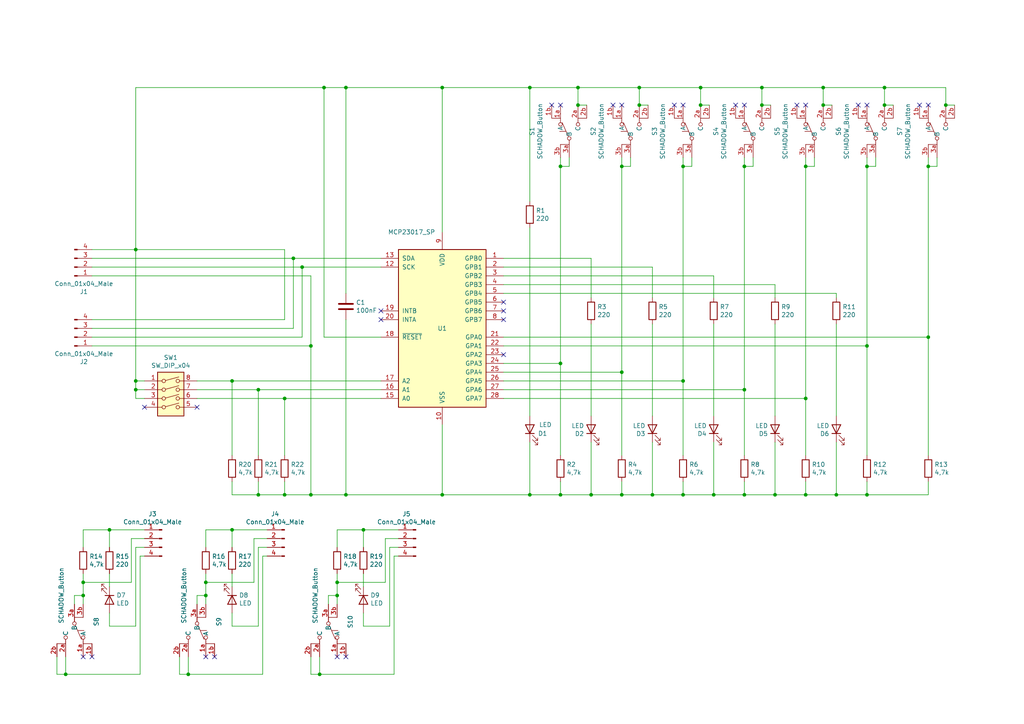
<source format=kicad_sch>
(kicad_sch (version 20211123) (generator eeschema)
  (paper "A4")
  (lib_symbols
    (symbol "Frontplatte-rescue:C-Device-Frontplatte-rescue" (pin_numbers hide) (pin_names (offset 0.254))
      (property "Reference" "C" (at 0.635 2.54 0))
      (property "Value" "C-Device-Frontplatte-rescue" (at 0.635 -2.54 0))
      (symbol "C-Device-Frontplatte-rescue_0_1"
        (polyline (pts (xy -2.032 -0.762) (xy 2.032 -0.762)) (stroke (width 0.508)))
        (polyline (pts (xy -2.032 0.762) (xy 2.032 0.762)) (stroke (width 0.508)))
      )
      (symbol "C-Device-Frontplatte-rescue_1_1"
        (pin passive line (at 0 3.81 270) (length 2.794) (name "~") (number "1"))
        (pin passive line (at 0 -3.81 90) (length 2.794) (name "~") (number "2"))
      )
    )
    (symbol "Frontplatte-rescue:Conn_01x04_Male-Connector-Frontplatte-rescue" (pin_names (offset 1.016) hide)
      (property "Reference" "J" (at 0 5.08 0))
      (property "Value" "Conn_01x04_Male-Connector-Frontplatte-rescue" (at 0 -7.62 0))
      (symbol "Conn_01x04_Male-Connector-Frontplatte-rescue_1_1"
        (polyline (pts (xy 1.27 -5.08) (xy 0.8636 -5.08)) (stroke (width 0.1524)))
        (polyline (pts (xy 1.27 -2.54) (xy 0.8636 -2.54)) (stroke (width 0.1524)))
        (polyline (pts (xy 1.27 0) (xy 0.8636 0)) (stroke (width 0.1524)))
        (polyline (pts (xy 1.27 2.54) (xy 0.8636 2.54)) (stroke (width 0.1524)))
        (rectangle (start 0.8636 -4.953) (end 0 -5.207) (stroke (width 0.1524)) (fill (type outline)))
        (rectangle (start 0.8636 -2.413) (end 0 -2.667) (stroke (width 0.1524)) (fill (type outline)))
        (rectangle (start 0.8636 0.127) (end 0 -0.127) (stroke (width 0.1524)) (fill (type outline)))
        (rectangle (start 0.8636 2.667) (end 0 2.413) (stroke (width 0.1524)) (fill (type outline)))
        (pin passive line (at 5.08 2.54 180) (length 3.81) (name "Pin_1") (number "1"))
        (pin passive line (at 5.08 0 180) (length 3.81) (name "Pin_2") (number "2"))
        (pin passive line (at 5.08 -2.54 180) (length 3.81) (name "Pin_3") (number "3"))
        (pin passive line (at 5.08 -5.08 180) (length 3.81) (name "Pin_4") (number "4"))
      )
    )
    (symbol "Frontplatte-rescue:LED-Device-Frontplatte-rescue" (pin_numbers hide) (pin_names (offset 1.016) hide)
      (property "Reference" "D" (at 0 2.54 0))
      (property "Value" "LED-Device-Frontplatte-rescue" (at 0 -2.54 0))
      (symbol "LED-Device-Frontplatte-rescue_0_1"
        (polyline (pts (xy -1.27 -1.27) (xy -1.27 1.27)) (stroke (width 0.254)))
        (polyline (pts (xy -1.27 0) (xy 1.27 0)))
        (polyline (pts (xy 1.27 -1.27) (xy 1.27 1.27) (xy -1.27 0) (xy 1.27 -1.27)) (stroke (width 0.254)))
        (polyline (pts (xy -3.048 -0.762) (xy -4.572 -2.286) (xy -3.81 -2.286) (xy -4.572 -2.286) (xy -4.572 -1.524)))
        (polyline (pts (xy -1.778 -0.762) (xy -3.302 -2.286) (xy -2.54 -2.286) (xy -3.302 -2.286) (xy -3.302 -1.524)))
      )
      (symbol "LED-Device-Frontplatte-rescue_1_1"
        (pin passive line (at -3.81 0 0) (length 2.54) (name "K") (number "1"))
        (pin passive line (at 3.81 0 180) (length 2.54) (name "A") (number "2"))
      )
    )
    (symbol "Frontplatte-rescue:MCP23017_SP-Interface_Expansion-Frontplatte-rescue" (pin_names (offset 1.016))
      (property "Reference" "U" (at -11.43 24.13 0))
      (property "Value" "MCP23017_SP-Interface_Expansion-Frontplatte-rescue" (at 0 0 0))
      (symbol "MCP23017_SP-Interface_Expansion-Frontplatte-rescue_0_1"
        (rectangle (start -12.7 22.86) (end 12.7 -22.86) (stroke (width 0.254)) (fill (type background)))
      )
      (symbol "MCP23017_SP-Interface_Expansion-Frontplatte-rescue_1_1"
        (pin bidirectional line (at 17.78 20.32 180) (length 5.08) (name "GPB0") (number "1"))
        (pin power_in line (at 0 -27.94 90) (length 5.08) (name "VSS") (number "10"))
        (pin no_connect line (at -12.7 15.24 0) (length 5.08) hide (name "NC") (number "11"))
        (pin input line (at -17.78 17.78 0) (length 5.08) (name "SCK") (number "12"))
        (pin bidirectional line (at -17.78 20.32 0) (length 5.08) (name "SDA") (number "13"))
        (pin no_connect line (at -12.7 12.7 0) (length 5.08) hide (name "NC") (number "14"))
        (pin input line (at -17.78 -20.32 0) (length 5.08) (name "A0") (number "15"))
        (pin input line (at -17.78 -17.78 0) (length 5.08) (name "A1") (number "16"))
        (pin input line (at -17.78 -15.24 0) (length 5.08) (name "A2") (number "17"))
        (pin input line (at -17.78 -2.54 0) (length 5.08) (name "~{RESET}") (number "18"))
        (pin tri_state line (at -17.78 5.08 0) (length 5.08) (name "INTB") (number "19"))
        (pin bidirectional line (at 17.78 17.78 180) (length 5.08) (name "GPB1") (number "2"))
        (pin tri_state line (at -17.78 2.54 0) (length 5.08) (name "INTA") (number "20"))
        (pin bidirectional line (at 17.78 -2.54 180) (length 5.08) (name "GPA0") (number "21"))
        (pin bidirectional line (at 17.78 -5.08 180) (length 5.08) (name "GPA1") (number "22"))
        (pin bidirectional line (at 17.78 -7.62 180) (length 5.08) (name "GPA2") (number "23"))
        (pin bidirectional line (at 17.78 -10.16 180) (length 5.08) (name "GPA3") (number "24"))
        (pin bidirectional line (at 17.78 -12.7 180) (length 5.08) (name "GPA4") (number "25"))
        (pin bidirectional line (at 17.78 -15.24 180) (length 5.08) (name "GPA5") (number "26"))
        (pin bidirectional line (at 17.78 -17.78 180) (length 5.08) (name "GPA6") (number "27"))
        (pin bidirectional line (at 17.78 -20.32 180) (length 5.08) (name "GPA7") (number "28"))
        (pin bidirectional line (at 17.78 15.24 180) (length 5.08) (name "GPB2") (number "3"))
        (pin bidirectional line (at 17.78 12.7 180) (length 5.08) (name "GPB3") (number "4"))
        (pin bidirectional line (at 17.78 10.16 180) (length 5.08) (name "GPB4") (number "5"))
        (pin bidirectional line (at 17.78 7.62 180) (length 5.08) (name "GPB5") (number "6"))
        (pin bidirectional line (at 17.78 5.08 180) (length 5.08) (name "GPB6") (number "7"))
        (pin bidirectional line (at 17.78 2.54 180) (length 5.08) (name "GPB7") (number "8"))
        (pin power_in line (at 0 27.94 270) (length 5.08) (name "VDD") (number "9"))
      )
    )
    (symbol "Frontplatte-rescue:R-Device-Frontplatte-rescue" (pin_numbers hide) (pin_names (offset 0))
      (property "Reference" "R" (at 2.032 0 90))
      (property "Value" "R-Device-Frontplatte-rescue" (at 0 0 90))
      (symbol "R-Device-Frontplatte-rescue_0_1"
        (rectangle (start -1.016 -2.54) (end 1.016 2.54) (stroke (width 0.254)))
      )
      (symbol "R-Device-Frontplatte-rescue_1_1"
        (pin passive line (at 0 3.81 270) (length 1.27) (name "~") (number "1"))
        (pin passive line (at 0 -3.81 90) (length 1.27) (name "~") (number "2"))
      )
    )
    (symbol "Frontplatte-rescue:SCHADOW_Button-Frequenzzähler-Frontplatte-rescue" (pin_names (offset 1.016))
      (property "Reference" "S" (at 0 0 0))
      (property "Value" "SCHADOW_Button-Frequenzzähler-Frontplatte-rescue" (at 0 -5.08 0))
      (symbol "SCHADOW_Button-Frequenzzähler-Frontplatte-rescue_0_1"
        (rectangle (start 3.81 10.16) (end 3.81 7.62))
        (rectangle (start 5.08 7.62) (end 5.08 7.62))
        (rectangle (start 5.08 7.62) (end 5.08 7.62))
        (rectangle (start 5.08 7.62) (end 5.08 7.62))
        (rectangle (start 7.62 7.62) (end 7.62 7.62))
        (rectangle (start 7.62 7.62) (end 7.62 7.62))
      )
      (symbol "SCHADOW_Button-Frequenzzähler-Frontplatte-rescue_1_1"
        (rectangle (start -3.81 7.62) (end -3.81 5.08))
        (circle (center -2.032 5.08) (radius 0.508))
        (polyline (pts (xy -1.524 5.334) (xy 2.54 7.112)))
        (polyline (pts (xy 0 7.874) (xy 0 6.096)))
        (circle (center 2.032 2.54) (radius 0.508))
        (circle (center 2.032 7.62) (radius 0.508))
        (rectangle (start 3.81 2.54) (end 3.81 0))
        (pin passive line (at 7.62 7.62 180) (length 5.08) (name "A") (number "1a"))
        (pin passive line (at 7.62 10.16 180) (length 3.81) (name "~") (number "1b"))
        (pin passive line (at 7.62 2.54 180) (length 5.08) (name "C") (number "2a"))
        (pin passive line (at 7.62 0 180) (length 3.81) (name "~") (number "2b"))
        (pin passive line (at -7.62 5.08 0) (length 5.08) (name "B") (number "3a"))
        (pin passive line (at -7.62 7.62 0) (length 3.81) (name "~") (number "3b"))
      )
    )
    (symbol "Frontplatte-rescue:SW_DIP_x04-Switch-Frontplatte-rescue" (pin_names (offset 0) hide)
      (property "Reference" "SW" (at 0 8.89 0))
      (property "Value" "SW_DIP_x04-Switch-Frontplatte-rescue" (at 0 -6.35 0))
      (symbol "SW_DIP_x04-Switch-Frontplatte-rescue_0_0"
        (circle (center -2.032 -2.54) (radius 0.508))
        (circle (center -2.032 0) (radius 0.508))
        (circle (center -2.032 2.54) (radius 0.508))
        (circle (center -2.032 5.08) (radius 0.508))
        (polyline (pts (xy -1.524 -2.3876) (xy 2.3622 -1.3462)))
        (polyline (pts (xy -1.524 0.127) (xy 2.3622 1.1684)))
        (polyline (pts (xy -1.524 2.667) (xy 2.3622 3.7084)))
        (polyline (pts (xy -1.524 5.207) (xy 2.3622 6.2484)))
        (circle (center 2.032 -2.54) (radius 0.508))
        (circle (center 2.032 0) (radius 0.508))
        (circle (center 2.032 2.54) (radius 0.508))
        (circle (center 2.032 5.08) (radius 0.508))
      )
      (symbol "SW_DIP_x04-Switch-Frontplatte-rescue_0_1"
        (rectangle (start -3.81 7.62) (end 3.81 -5.08) (stroke (width 0.254)) (fill (type background)))
      )
      (symbol "SW_DIP_x04-Switch-Frontplatte-rescue_1_1"
        (pin passive line (at -7.62 5.08 0) (length 5.08) (name "~") (number "1"))
        (pin passive line (at -7.62 2.54 0) (length 5.08) (name "~") (number "2"))
        (pin passive line (at -7.62 0 0) (length 5.08) (name "~") (number "3"))
        (pin passive line (at -7.62 -2.54 0) (length 5.08) (name "~") (number "4"))
        (pin passive line (at 7.62 -2.54 180) (length 5.08) (name "~") (number "5"))
        (pin passive line (at 7.62 0 180) (length 5.08) (name "~") (number "6"))
        (pin passive line (at 7.62 2.54 180) (length 5.08) (name "~") (number "7"))
        (pin passive line (at 7.62 5.08 180) (length 5.08) (name "~") (number "8"))
      )
    )
  )
  (junction (at 54.61 195.58))
  (junction (at 180.34 48.26))
  (junction (at 251.46 48.26))
  (junction (at 256.54 25.4))
  (junction (at 82.55 143.51))
  (junction (at 85.09 74.93))
  (junction (at 198.12 143.51))
  (junction (at 251.46 143.51))
  (junction (at 153.67 25.4))
  (junction (at 162.56 48.26))
  (junction (at 39.37 110.49))
  (junction (at 105.41 153.67))
  (junction (at 207.01 143.51))
  (junction (at 233.68 115.57))
  (junction (at 74.93 113.03))
  (junction (at 67.31 153.67))
  (junction (at 90.17 143.51))
  (junction (at 93.98 25.4))
  (junction (at 167.64 30.48))
  (junction (at 39.37 113.03))
  (junction (at 19.05 195.58))
  (junction (at 242.57 143.51))
  (junction (at 128.27 143.51))
  (junction (at 189.23 143.51))
  (junction (at 59.69 168.91))
  (junction (at 153.67 143.51))
  (junction (at 180.34 143.51))
  (junction (at 220.98 25.4))
  (junction (at 100.33 25.4))
  (junction (at 274.32 30.48))
  (junction (at 171.45 143.51))
  (junction (at 203.2 25.4))
  (junction (at 256.54 30.48))
  (junction (at 220.98 30.48))
  (junction (at 269.24 97.79))
  (junction (at 233.68 48.26))
  (junction (at 74.93 143.51))
  (junction (at 233.68 143.51))
  (junction (at 215.9 113.03))
  (junction (at 238.76 30.48))
  (junction (at 203.2 30.48))
  (junction (at 198.12 110.49))
  (junction (at 269.24 48.26))
  (junction (at 97.79 172.72))
  (junction (at 185.42 30.48))
  (junction (at 180.34 107.95))
  (junction (at 100.33 143.51))
  (junction (at 67.31 110.49))
  (junction (at 97.79 168.91))
  (junction (at 162.56 105.41))
  (junction (at 198.12 48.26))
  (junction (at 162.56 143.51))
  (junction (at 92.71 195.58))
  (junction (at 128.27 25.4))
  (junction (at 24.13 172.72))
  (junction (at 87.63 77.47))
  (junction (at 251.46 100.33))
  (junction (at 185.42 25.4))
  (junction (at 31.75 153.67))
  (junction (at 90.17 100.33))
  (junction (at 59.69 172.72))
  (junction (at 167.64 25.4))
  (junction (at 224.79 143.51))
  (junction (at 24.13 168.91))
  (junction (at 215.9 48.26))
  (junction (at 215.9 143.51))
  (junction (at 39.37 72.39))
  (junction (at 238.76 25.4))
  (junction (at 82.55 115.57))
  (no_connect (at 110.49 92.71))
  (no_connect (at 177.8 30.48))
  (no_connect (at 198.12 30.48))
  (no_connect (at 266.7 30.48))
  (no_connect (at 24.13 190.5))
  (no_connect (at 110.49 90.17))
  (no_connect (at 41.91 118.11))
  (no_connect (at 248.92 30.48))
  (no_connect (at 100.33 190.5))
  (no_connect (at 269.24 30.48))
  (no_connect (at 251.46 30.48))
  (no_connect (at 162.56 30.48))
  (no_connect (at 62.23 190.5))
  (no_connect (at 215.9 30.48))
  (no_connect (at 233.68 30.48))
  (no_connect (at 59.69 190.5))
  (no_connect (at 26.67 190.5))
  (no_connect (at 231.14 30.48))
  (no_connect (at 180.34 30.48))
  (no_connect (at 213.36 30.48))
  (no_connect (at 160.02 30.48))
  (no_connect (at 146.05 90.17))
  (no_connect (at 195.58 30.48))
  (no_connect (at 97.79 190.5))
  (no_connect (at 146.05 102.87))
  (no_connect (at 146.05 92.71))
  (no_connect (at 146.05 87.63))
  (no_connect (at 57.15 118.11))
  (wire (pts (xy 203.2 30.48) (xy 205.74 30.48)))
  (wire (pts (xy 39.37 110.49) (xy 39.37 72.39)))
  (wire (pts (xy 251.46 48.26) (xy 251.46 100.33)))
  (wire (pts (xy 198.12 132.08) (xy 198.12 110.49)))
  (wire (pts (xy 97.79 168.91) (xy 97.79 172.72)))
  (wire (pts (xy 220.98 25.4) (xy 238.76 25.4)))
  (wire (pts (xy 180.34 107.95) (xy 180.34 132.08)))
  (wire (pts (xy 224.79 93.98) (xy 224.79 120.65)))
  (wire (pts (xy 215.9 48.26) (xy 215.9 113.03)))
  (wire (pts (xy 146.05 77.47) (xy 189.23 77.47)))
  (wire (pts (xy 59.69 158.75) (xy 59.69 153.67)))
  (wire (pts (xy 31.75 153.67) (xy 31.75 158.75)))
  (wire (pts (xy 251.46 143.51) (xy 251.46 139.7)))
  (wire (pts (xy 105.41 153.67) (xy 105.41 158.75)))
  (wire (pts (xy 97.79 158.75) (xy 97.79 153.67)))
  (wire (pts (xy 198.12 48.26) (xy 198.12 45.72)))
  (wire (pts (xy 182.88 48.26) (xy 182.88 45.72)))
  (wire (pts (xy 207.01 143.51) (xy 215.9 143.51)))
  (wire (pts (xy 242.57 93.98) (xy 242.57 120.65)))
  (wire (pts (xy 39.37 158.75) (xy 41.91 158.75)))
  (wire (pts (xy 153.67 25.4) (xy 167.64 25.4)))
  (wire (pts (xy 21.59 172.72) (xy 21.59 175.26)))
  (wire (pts (xy 105.41 177.8) (xy 105.41 181.61)))
  (wire (pts (xy 93.98 25.4) (xy 93.98 97.79)))
  (wire (pts (xy 24.13 168.91) (xy 24.13 172.72)))
  (wire (pts (xy 274.32 25.4) (xy 274.32 30.48)))
  (wire (pts (xy 189.23 93.98) (xy 189.23 120.65)))
  (wire (pts (xy 31.75 181.61) (xy 39.37 181.61)))
  (wire (pts (xy 215.9 45.72) (xy 215.9 48.26)))
  (wire (pts (xy 59.69 172.72) (xy 59.69 175.26)))
  (wire (pts (xy 162.56 48.26) (xy 165.1 48.26)))
  (wire (pts (xy 153.67 128.27) (xy 153.67 143.51)))
  (wire (pts (xy 41.91 161.29) (xy 40.64 161.29)))
  (wire (pts (xy 233.68 115.57) (xy 233.68 132.08)))
  (wire (pts (xy 146.05 105.41) (xy 162.56 105.41)))
  (wire (pts (xy 162.56 45.72) (xy 162.56 48.26)))
  (wire (pts (xy 220.98 25.4) (xy 220.98 30.48)))
  (wire (pts (xy 111.76 156.21) (xy 115.57 156.21)))
  (wire (pts (xy 233.68 48.26) (xy 233.68 115.57)))
  (wire (pts (xy 180.34 139.7) (xy 180.34 143.51)))
  (wire (pts (xy 39.37 72.39) (xy 39.37 25.4)))
  (wire (pts (xy 90.17 190.5) (xy 90.17 195.58)))
  (wire (pts (xy 238.76 30.48) (xy 241.3 30.48)))
  (wire (pts (xy 97.79 172.72) (xy 97.79 175.26)))
  (wire (pts (xy 59.69 172.72) (xy 57.15 172.72)))
  (wire (pts (xy 271.78 48.26) (xy 269.24 48.26)))
  (wire (pts (xy 67.31 181.61) (xy 74.93 181.61)))
  (wire (pts (xy 26.67 95.25) (xy 85.09 95.25)))
  (wire (pts (xy 269.24 48.26) (xy 269.24 45.72)))
  (wire (pts (xy 189.23 143.51) (xy 180.34 143.51)))
  (wire (pts (xy 105.41 166.37) (xy 105.41 170.18)))
  (wire (pts (xy 67.31 177.8) (xy 67.31 181.61)))
  (wire (pts (xy 128.27 143.51) (xy 153.67 143.51)))
  (wire (pts (xy 180.34 48.26) (xy 182.88 48.26)))
  (wire (pts (xy 189.23 128.27) (xy 189.23 143.51)))
  (wire (pts (xy 26.67 72.39) (xy 39.37 72.39)))
  (wire (pts (xy 97.79 168.91) (xy 111.76 168.91)))
  (wire (pts (xy 67.31 166.37) (xy 67.31 170.18)))
  (wire (pts (xy 74.93 139.7) (xy 74.93 143.51)))
  (wire (pts (xy 110.49 77.47) (xy 87.63 77.47)))
  (wire (pts (xy 74.93 143.51) (xy 67.31 143.51)))
  (wire (pts (xy 207.01 80.01) (xy 146.05 80.01)))
  (wire (pts (xy 251.46 143.51) (xy 269.24 143.51)))
  (wire (pts (xy 215.9 132.08) (xy 215.9 113.03)))
  (wire (pts (xy 57.15 110.49) (xy 67.31 110.49)))
  (wire (pts (xy 153.67 120.65) (xy 153.67 66.04)))
  (wire (pts (xy 180.34 143.51) (xy 171.45 143.51)))
  (wire (pts (xy 162.56 105.41) (xy 162.56 132.08)))
  (wire (pts (xy 82.55 92.71) (xy 82.55 72.39)))
  (wire (pts (xy 167.64 30.48) (xy 170.18 30.48)))
  (wire (pts (xy 162.56 105.41) (xy 162.56 48.26)))
  (wire (pts (xy 171.45 143.51) (xy 162.56 143.51)))
  (wire (pts (xy 74.93 158.75) (xy 77.47 158.75)))
  (wire (pts (xy 105.41 181.61) (xy 113.03 181.61)))
  (wire (pts (xy 256.54 25.4) (xy 274.32 25.4)))
  (wire (pts (xy 203.2 25.4) (xy 203.2 30.48)))
  (wire (pts (xy 57.15 113.03) (xy 74.93 113.03)))
  (wire (pts (xy 52.07 190.5) (xy 52.07 195.58)))
  (wire (pts (xy 67.31 153.67) (xy 77.47 153.67)))
  (wire (pts (xy 67.31 153.67) (xy 67.31 158.75)))
  (wire (pts (xy 73.66 156.21) (xy 77.47 156.21)))
  (wire (pts (xy 26.67 100.33) (xy 90.17 100.33)))
  (wire (pts (xy 41.91 115.57) (xy 39.37 115.57)))
  (wire (pts (xy 171.45 120.65) (xy 171.45 93.98)))
  (wire (pts (xy 100.33 85.09) (xy 100.33 25.4)))
  (wire (pts (xy 203.2 25.4) (xy 220.98 25.4)))
  (wire (pts (xy 238.76 25.4) (xy 256.54 25.4)))
  (wire (pts (xy 38.1 156.21) (xy 41.91 156.21)))
  (wire (pts (xy 128.27 25.4) (xy 128.27 67.31)))
  (wire (pts (xy 218.44 48.26) (xy 215.9 48.26)))
  (wire (pts (xy 233.68 139.7) (xy 233.68 143.51)))
  (wire (pts (xy 274.32 30.48) (xy 276.86 30.48)))
  (wire (pts (xy 90.17 100.33) (xy 90.17 143.51)))
  (wire (pts (xy 113.03 158.75) (xy 115.57 158.75)))
  (wire (pts (xy 24.13 158.75) (xy 24.13 153.67)))
  (wire (pts (xy 224.79 82.55) (xy 224.79 86.36)))
  (wire (pts (xy 24.13 172.72) (xy 21.59 172.72)))
  (wire (pts (xy 31.75 153.67) (xy 41.91 153.67)))
  (wire (pts (xy 242.57 128.27) (xy 242.57 143.51)))
  (wire (pts (xy 233.68 143.51) (xy 242.57 143.51)))
  (wire (pts (xy 185.42 25.4) (xy 203.2 25.4)))
  (wire (pts (xy 87.63 77.47) (xy 87.63 97.79)))
  (wire (pts (xy 110.49 74.93) (xy 85.09 74.93)))
  (wire (pts (xy 146.05 74.93) (xy 171.45 74.93)))
  (wire (pts (xy 198.12 48.26) (xy 200.66 48.26)))
  (wire (pts (xy 114.3 161.29) (xy 114.3 195.58)))
  (wire (pts (xy 26.67 97.79) (xy 87.63 97.79)))
  (wire (pts (xy 254 45.72) (xy 254 48.26)))
  (wire (pts (xy 59.69 166.37) (xy 59.69 168.91)))
  (wire (pts (xy 39.37 72.39) (xy 82.55 72.39)))
  (wire (pts (xy 189.23 77.47) (xy 189.23 86.36)))
  (wire (pts (xy 269.24 97.79) (xy 269.24 48.26)))
  (wire (pts (xy 251.46 45.72) (xy 251.46 48.26)))
  (wire (pts (xy 31.75 166.37) (xy 31.75 170.18)))
  (wire (pts (xy 167.64 25.4) (xy 185.42 25.4)))
  (wire (pts (xy 105.41 153.67) (xy 115.57 153.67)))
  (wire (pts (xy 224.79 143.51) (xy 233.68 143.51)))
  (wire (pts (xy 90.17 80.01) (xy 26.67 80.01)))
  (wire (pts (xy 153.67 143.51) (xy 162.56 143.51)))
  (wire (pts (xy 82.55 115.57) (xy 110.49 115.57)))
  (wire (pts (xy 74.93 113.03) (xy 110.49 113.03)))
  (wire (pts (xy 67.31 143.51) (xy 67.31 139.7)))
  (wire (pts (xy 162.56 143.51) (xy 162.56 139.7)))
  (wire (pts (xy 16.51 190.5) (xy 16.51 195.58)))
  (wire (pts (xy 128.27 25.4) (xy 153.67 25.4)))
  (wire (pts (xy 67.31 110.49) (xy 110.49 110.49)))
  (wire (pts (xy 59.69 168.91) (xy 59.69 172.72)))
  (wire (pts (xy 153.67 58.42) (xy 153.67 25.4)))
  (wire (pts (xy 59.69 153.67) (xy 67.31 153.67)))
  (wire (pts (xy 82.55 143.51) (xy 74.93 143.51)))
  (wire (pts (xy 26.67 92.71) (xy 82.55 92.71)))
  (wire (pts (xy 90.17 143.51) (xy 100.33 143.51)))
  (wire (pts (xy 110.49 97.79) (xy 93.98 97.79)))
  (wire (pts (xy 76.2 161.29) (xy 76.2 195.58)))
  (wire (pts (xy 19.05 195.58) (xy 40.64 195.58)))
  (wire (pts (xy 242.57 85.09) (xy 242.57 86.36)))
  (wire (pts (xy 54.61 195.58) (xy 54.61 190.5)))
  (wire (pts (xy 24.13 168.91) (xy 38.1 168.91)))
  (wire (pts (xy 74.93 113.03) (xy 74.93 132.08)))
  (wire (pts (xy 85.09 95.25) (xy 85.09 74.93)))
  (wire (pts (xy 93.98 25.4) (xy 100.33 25.4)))
  (wire (pts (xy 92.71 195.58) (xy 114.3 195.58)))
  (wire (pts (xy 111.76 168.91) (xy 111.76 156.21)))
  (wire (pts (xy 90.17 143.51) (xy 82.55 143.51)))
  (wire (pts (xy 24.13 153.67) (xy 31.75 153.67)))
  (wire (pts (xy 146.05 107.95) (xy 180.34 107.95)))
  (wire (pts (xy 100.33 143.51) (xy 128.27 143.51)))
  (wire (pts (xy 67.31 132.08) (xy 67.31 110.49)))
  (wire (pts (xy 207.01 93.98) (xy 207.01 120.65)))
  (wire (pts (xy 97.79 153.67) (xy 105.41 153.67)))
  (wire (pts (xy 16.51 195.58) (xy 19.05 195.58)))
  (wire (pts (xy 185.42 25.4) (xy 185.42 30.48)))
  (wire (pts (xy 39.37 25.4) (xy 93.98 25.4)))
  (wire (pts (xy 24.13 166.37) (xy 24.13 168.91)))
  (wire (pts (xy 215.9 143.51) (xy 224.79 143.51)))
  (wire (pts (xy 90.17 100.33) (xy 90.17 80.01)))
  (wire (pts (xy 180.34 45.72) (xy 180.34 48.26)))
  (wire (pts (xy 38.1 168.91) (xy 38.1 156.21)))
  (wire (pts (xy 95.25 172.72) (xy 95.25 175.26)))
  (wire (pts (xy 128.27 123.19) (xy 128.27 143.51)))
  (wire (pts (xy 198.12 110.49) (xy 198.12 48.26)))
  (wire (pts (xy 77.47 161.29) (xy 76.2 161.29)))
  (wire (pts (xy 39.37 110.49) (xy 41.91 110.49)))
  (wire (pts (xy 113.03 181.61) (xy 113.03 158.75)))
  (wire (pts (xy 87.63 77.47) (xy 26.67 77.47)))
  (wire (pts (xy 146.05 97.79) (xy 269.24 97.79)))
  (wire (pts (xy 236.22 45.72) (xy 236.22 48.26)))
  (wire (pts (xy 171.45 86.36) (xy 171.45 74.93)))
  (wire (pts (xy 74.93 181.61) (xy 74.93 158.75)))
  (wire (pts (xy 215.9 139.7) (xy 215.9 143.51)))
  (wire (pts (xy 236.22 48.26) (xy 233.68 48.26)))
  (wire (pts (xy 40.64 161.29) (xy 40.64 195.58)))
  (wire (pts (xy 73.66 168.91) (xy 73.66 156.21)))
  (wire (pts (xy 146.05 100.33) (xy 251.46 100.33)))
  (wire (pts (xy 97.79 166.37) (xy 97.79 168.91)))
  (wire (pts (xy 52.07 195.58) (xy 54.61 195.58)))
  (wire (pts (xy 207.01 80.01) (xy 207.01 86.36)))
  (wire (pts (xy 146.05 82.55) (xy 224.79 82.55)))
  (wire (pts (xy 82.55 139.7) (xy 82.55 143.51)))
  (wire (pts (xy 31.75 177.8) (xy 31.75 181.61)))
  (wire (pts (xy 100.33 25.4) (xy 128.27 25.4)))
  (wire (pts (xy 220.98 30.48) (xy 223.52 30.48)))
  (wire (pts (xy 92.71 195.58) (xy 92.71 190.5)))
  (wire (pts (xy 57.15 172.72) (xy 57.15 175.26)))
  (wire (pts (xy 90.17 195.58) (xy 92.71 195.58)))
  (wire (pts (xy 251.46 100.33) (xy 251.46 132.08)))
  (wire (pts (xy 171.45 128.27) (xy 171.45 143.51)))
  (wire (pts (xy 165.1 48.26) (xy 165.1 45.72)))
  (wire (pts (xy 146.05 110.49) (xy 198.12 110.49)))
  (wire (pts (xy 39.37 115.57) (xy 39.37 113.03)))
  (wire (pts (xy 233.68 45.72) (xy 233.68 48.26)))
  (wire (pts (xy 238.76 25.4) (xy 238.76 30.48)))
  (wire (pts (xy 146.05 115.57) (xy 233.68 115.57)))
  (wire (pts (xy 180.34 48.26) (xy 180.34 107.95)))
  (wire (pts (xy 207.01 128.27) (xy 207.01 143.51)))
  (wire (pts (xy 254 48.26) (xy 251.46 48.26)))
  (wire (pts (xy 167.64 25.4) (xy 167.64 30.48)))
  (wire (pts (xy 54.61 195.58) (xy 76.2 195.58)))
  (wire (pts (xy 39.37 181.61) (xy 39.37 158.75)))
  (wire (pts (xy 256.54 25.4) (xy 256.54 30.48)))
  (wire (pts (xy 24.13 172.72) (xy 24.13 175.26)))
  (wire (pts (xy 189.23 143.51) (xy 198.12 143.51)))
  (wire (pts (xy 224.79 128.27) (xy 224.79 143.51)))
  (wire (pts (xy 198.12 143.51) (xy 198.12 139.7)))
  (wire (pts (xy 269.24 143.51) (xy 269.24 139.7)))
  (wire (pts (xy 39.37 113.03) (xy 39.37 110.49)))
  (wire (pts (xy 198.12 143.51) (xy 207.01 143.51)))
  (wire (pts (xy 57.15 115.57) (xy 82.55 115.57)))
  (wire (pts (xy 200.66 48.26) (xy 200.66 45.72)))
  (wire (pts (xy 146.05 113.03) (xy 215.9 113.03)))
  (wire (pts (xy 256.54 30.48) (xy 259.08 30.48)))
  (wire (pts (xy 97.79 172.72) (xy 95.25 172.72)))
  (wire (pts (xy 115.57 161.29) (xy 114.3 161.29)))
  (wire (pts (xy 82.55 132.08) (xy 82.55 115.57)))
  (wire (pts (xy 242.57 85.09) (xy 146.05 85.09)))
  (wire (pts (xy 19.05 195.58) (xy 19.05 190.5)))
  (wire (pts (xy 185.42 30.48) (xy 187.96 30.48)))
  (wire (pts (xy 59.69 168.91) (xy 73.66 168.91)))
  (wire (pts (xy 242.57 143.51) (xy 251.46 143.51)))
  (wire (pts (xy 218.44 45.72) (xy 218.44 48.26)))
  (wire (pts (xy 271.78 45.72) (xy 271.78 48.26)))
  (wire (pts (xy 41.91 113.03) (xy 39.37 113.03)))
  (wire (pts (xy 100.33 92.71) (xy 100.33 143.51)))
  (wire (pts (xy 269.24 132.08) (xy 269.24 97.79)))
  (wire (pts (xy 85.09 74.93) (xy 26.67 74.93)))
  (symbol (lib_id "Frontplatte-rescue:MCP23017_SP-Interface_Expansion-Frontplatte-rescue") (at 128.27 95.25 0) (unit 1)
    (property "Reference" "U1" (at 128.27 95.25 0))
    (property "Value" "MCP23017_SP" (at 119.38 67.31 0))
    (property "Footprint" "Package_DIP:DIP-28_W7.62mm" (effects hide))
    (property "Datasheet" "http://ww1.microchip.com/downloads/en/DeviceDoc/20001952C.pdf" (effects hide))
  )
  (symbol (lib_id "Frontplatte-rescue:SCHADOW_Button-Frequenzzähler-Frontplatte-rescue") (at 170.18 38.1 90) (unit 1)
    (property "Reference" "S1" (at 154.305 38.1 0))
    (property "Value" "SCHADOW_Button" (at 156.6164 38.1 0))
    (property "Footprint" "Libs:SCHADOW_Button" (effects hide))
  )
  (symbol (lib_id "Frontplatte-rescue:SCHADOW_Button-Frequenzzähler-Frontplatte-rescue") (at 187.96 38.1 90) (unit 1)
    (property "Reference" "S2" (at 172.085 38.1 0))
    (property "Value" "SCHADOW_Button" (at 174.3964 38.1 0))
    (property "Footprint" "Libs:SCHADOW_Button" (effects hide))
  )
  (symbol (lib_id "Frontplatte-rescue:SCHADOW_Button-Frequenzzähler-Frontplatte-rescue") (at 205.74 38.1 90) (unit 1)
    (property "Reference" "S3" (at 189.865 38.1 0))
    (property "Value" "SCHADOW_Button" (at 192.1764 38.1 0))
    (property "Footprint" "Libs:SCHADOW_Button" (effects hide))
  )
  (symbol (lib_id "Frontplatte-rescue:SCHADOW_Button-Frequenzzähler-Frontplatte-rescue") (at 223.52 38.1 90) (unit 1)
    (property "Reference" "S4" (at 207.645 38.1 0))
    (property "Value" "SCHADOW_Button" (at 209.9564 38.1 0))
    (property "Footprint" "Libs:SCHADOW_Button" (effects hide))
  )
  (symbol (lib_id "Frontplatte-rescue:SCHADOW_Button-Frequenzzähler-Frontplatte-rescue") (at 241.3 38.1 90) (unit 1)
    (property "Reference" "S5" (at 225.425 38.1 0))
    (property "Value" "SCHADOW_Button" (at 227.7364 38.1 0))
    (property "Footprint" "Libs:SCHADOW_Button" (effects hide))
  )
  (symbol (lib_id "Frontplatte-rescue:SCHADOW_Button-Frequenzzähler-Frontplatte-rescue") (at 259.08 38.1 90) (unit 1)
    (property "Reference" "S6" (at 243.205 38.1 0))
    (property "Value" "SCHADOW_Button" (at 245.5164 38.1 0))
    (property "Footprint" "Libs:SCHADOW_Button" (effects hide))
  )
  (symbol (lib_id "Frontplatte-rescue:SCHADOW_Button-Frequenzzähler-Frontplatte-rescue") (at 276.86 38.1 90) (unit 1)
    (property "Reference" "S7" (at 260.985 38.1 0))
    (property "Value" "SCHADOW_Button" (at 263.2964 38.1 0))
    (property "Footprint" "Libs:SCHADOW_Button" (effects hide))
  )
  (symbol (lib_id "Frontplatte-rescue:R-Device-Frontplatte-rescue") (at 162.56 135.89 0) (unit 1)
    (property "Reference" "R2" (at 164.338 134.7216 0) (effects (justify left)))
    (property "Value" "4,7k" (at 164.338 137.033 0) (effects (justify left)))
    (property "Footprint" "Resistor_THT:R_Axial_DIN0207_L6.3mm_D2.5mm_P15.24mm_Horizontal" (effects hide))
  )
  (symbol (lib_id "Frontplatte-rescue:R-Device-Frontplatte-rescue") (at 180.34 135.89 0) (unit 1)
    (property "Reference" "R4" (at 182.118 134.7216 0) (effects (justify left)))
    (property "Value" "4,7k" (at 182.118 137.033 0) (effects (justify left)))
    (property "Footprint" "Resistor_THT:R_Axial_DIN0207_L6.3mm_D2.5mm_P15.24mm_Horizontal" (effects hide))
  )
  (symbol (lib_id "Frontplatte-rescue:R-Device-Frontplatte-rescue") (at 198.12 135.89 0) (unit 1)
    (property "Reference" "R6" (at 199.898 134.7216 0) (effects (justify left)))
    (property "Value" "4,7k" (at 199.898 137.033 0) (effects (justify left)))
    (property "Footprint" "Resistor_THT:R_Axial_DIN0207_L6.3mm_D2.5mm_P15.24mm_Horizontal" (effects hide))
  )
  (symbol (lib_id "Frontplatte-rescue:R-Device-Frontplatte-rescue") (at 215.9 135.89 0) (unit 1)
    (property "Reference" "R8" (at 217.678 134.7216 0) (effects (justify left)))
    (property "Value" "4,7k" (at 217.678 137.033 0) (effects (justify left)))
    (property "Footprint" "Resistor_THT:R_Axial_DIN0207_L6.3mm_D2.5mm_P15.24mm_Horizontal" (effects hide))
  )
  (symbol (lib_id "Frontplatte-rescue:R-Device-Frontplatte-rescue") (at 233.68 135.89 0) (unit 1)
    (property "Reference" "R10" (at 235.458 134.7216 0) (effects (justify left)))
    (property "Value" "4,7k" (at 235.458 137.033 0) (effects (justify left)))
    (property "Footprint" "Resistor_THT:R_Axial_DIN0207_L6.3mm_D2.5mm_P15.24mm_Horizontal" (effects hide))
  )
  (symbol (lib_id "Frontplatte-rescue:R-Device-Frontplatte-rescue") (at 251.46 135.89 0) (unit 1)
    (property "Reference" "R12" (at 253.238 134.7216 0) (effects (justify left)))
    (property "Value" "4,7k" (at 253.238 137.033 0) (effects (justify left)))
    (property "Footprint" "Resistor_THT:R_Axial_DIN0204_L3.6mm_D1.6mm_P7.62mm_Horizontal" (effects hide))
  )
  (symbol (lib_id "Frontplatte-rescue:R-Device-Frontplatte-rescue") (at 269.24 135.89 0) (unit 1)
    (property "Reference" "R13" (at 271.018 134.7216 0) (effects (justify left)))
    (property "Value" "4,7k" (at 271.018 137.033 0) (effects (justify left)))
    (property "Footprint" "Resistor_THT:R_Axial_DIN0204_L3.6mm_D1.6mm_P7.62mm_Horizontal" (effects hide))
  )
  (symbol (lib_id "Frontplatte-rescue:LED-Device-Frontplatte-rescue") (at 171.45 124.46 90) (unit 1)
    (property "Reference" "D2" (at 169.418 125.8062 90) (effects (justify left)))
    (property "Value" "LED" (at 169.418 123.4948 90) (effects (justify left)))
    (property "Footprint" "LED_THT:LED_D5.0mm" (effects hide))
  )
  (symbol (lib_id "Frontplatte-rescue:R-Device-Frontplatte-rescue") (at 171.45 90.17 0) (unit 1)
    (property "Reference" "R3" (at 173.228 89.0016 0) (effects (justify left)))
    (property "Value" "220" (at 173.228 91.313 0) (effects (justify left)))
    (property "Footprint" "Resistor_THT:R_Axial_DIN0204_L3.6mm_D1.6mm_P7.62mm_Horizontal" (effects hide))
  )
  (symbol (lib_id "Frontplatte-rescue:LED-Device-Frontplatte-rescue") (at 189.23 124.46 90) (unit 1)
    (property "Reference" "D3" (at 187.198 125.8062 90) (effects (justify left)))
    (property "Value" "LED" (at 187.198 123.4948 90) (effects (justify left)))
    (property "Footprint" "LED_THT:LED_D5.0mm" (effects hide))
  )
  (symbol (lib_id "Frontplatte-rescue:R-Device-Frontplatte-rescue") (at 189.23 90.17 0) (unit 1)
    (property "Reference" "R5" (at 191.008 89.0016 0) (effects (justify left)))
    (property "Value" "220" (at 191.008 91.313 0) (effects (justify left)))
    (property "Footprint" "Resistor_THT:R_Axial_DIN0204_L3.6mm_D1.6mm_P7.62mm_Horizontal" (effects hide))
  )
  (symbol (lib_id "Frontplatte-rescue:LED-Device-Frontplatte-rescue") (at 207.01 124.46 90) (unit 1)
    (property "Reference" "D4" (at 204.978 125.8062 90) (effects (justify left)))
    (property "Value" "LED" (at 204.978 123.4948 90) (effects (justify left)))
    (property "Footprint" "LED_THT:LED_D5.0mm" (effects hide))
  )
  (symbol (lib_id "Frontplatte-rescue:R-Device-Frontplatte-rescue") (at 207.01 90.17 0) (unit 1)
    (property "Reference" "R7" (at 208.788 89.0016 0) (effects (justify left)))
    (property "Value" "220" (at 208.788 91.313 0) (effects (justify left)))
    (property "Footprint" "Resistor_THT:R_Axial_DIN0204_L3.6mm_D1.6mm_P7.62mm_Horizontal" (effects hide))
  )
  (symbol (lib_id "Frontplatte-rescue:LED-Device-Frontplatte-rescue") (at 224.79 124.46 90) (unit 1)
    (property "Reference" "D5" (at 222.758 125.8062 90) (effects (justify left)))
    (property "Value" "LED" (at 222.758 123.4948 90) (effects (justify left)))
    (property "Footprint" "LED_THT:LED_D5.0mm" (effects hide))
  )
  (symbol (lib_id "Frontplatte-rescue:R-Device-Frontplatte-rescue") (at 224.79 90.17 0) (unit 1)
    (property "Reference" "R9" (at 226.568 89.0016 0) (effects (justify left)))
    (property "Value" "220" (at 226.568 91.313 0) (effects (justify left)))
    (property "Footprint" "Resistor_THT:R_Axial_DIN0204_L3.6mm_D1.6mm_P7.62mm_Horizontal" (effects hide))
  )
  (symbol (lib_id "Frontplatte-rescue:LED-Device-Frontplatte-rescue") (at 242.57 124.46 90) (unit 1)
    (property "Reference" "D6" (at 240.538 125.8062 90) (effects (justify left)))
    (property "Value" "LED" (at 240.538 123.4948 90) (effects (justify left)))
    (property "Footprint" "LED_THT:LED_D5.0mm" (effects hide))
  )
  (symbol (lib_id "Frontplatte-rescue:R-Device-Frontplatte-rescue") (at 242.57 90.17 0) (unit 1)
    (property "Reference" "R11" (at 244.348 89.0016 0) (effects (justify left)))
    (property "Value" "220" (at 244.348 91.313 0) (effects (justify left)))
    (property "Footprint" "Resistor_THT:R_Axial_DIN0204_L3.6mm_D1.6mm_P7.62mm_Horizontal" (effects hide))
  )
  (symbol (lib_id "Frontplatte-rescue:Conn_01x04_Male-Connector-Frontplatte-rescue") (at 21.59 97.79 0) (mirror x) (unit 1)
    (property "Reference" "J2" (at 24.3332 104.9274 0))
    (property "Value" "Conn_01x04_Male" (at 24.3332 102.616 0))
    (property "Footprint" "Connector_PinHeader_2.54mm:PinHeader_1x04_P2.54mm_Vertical" (effects hide))
  )
  (symbol (lib_id "Frontplatte-rescue:LED-Device-Frontplatte-rescue") (at 153.67 124.46 90) (unit 1)
    (property "Reference" "D1" (at 158.75 125.73 90) (effects (justify left)))
    (property "Value" "LED" (at 160.02 123.19 90) (effects (justify left)))
    (property "Footprint" "LED_THT:LED_D5.0mm" (effects hide))
  )
  (symbol (lib_id "Frontplatte-rescue:R-Device-Frontplatte-rescue") (at 153.67 62.23 0) (unit 1)
    (property "Reference" "R1" (at 155.448 61.0616 0) (effects (justify left)))
    (property "Value" "220" (at 155.448 63.373 0) (effects (justify left)))
    (property "Footprint" "Resistor_THT:R_Axial_DIN0204_L3.6mm_D1.6mm_P7.62mm_Horizontal" (effects hide))
  )
  (symbol (lib_id "Frontplatte-rescue:SCHADOW_Button-Frequenzzähler-Frontplatte-rescue") (at 16.51 182.88 270) (unit 1)
    (property "Reference" "S8" (at 27.94 180.34 0))
    (property "Value" "SCHADOW_Button" (at 17.78 172.72 0))
    (property "Footprint" "Libs:SCHADOW_Button" (effects hide))
  )
  (symbol (lib_id "Frontplatte-rescue:R-Device-Frontplatte-rescue") (at 24.13 162.56 0) (unit 1)
    (property "Reference" "R14" (at 25.908 161.3916 0) (effects (justify left)))
    (property "Value" "4,7k" (at 25.908 163.703 0) (effects (justify left)))
    (property "Footprint" "Resistor_THT:R_Axial_DIN0204_L3.6mm_D1.6mm_P1.90mm_Vertical" (effects hide))
  )
  (symbol (lib_id "Frontplatte-rescue:LED-Device-Frontplatte-rescue") (at 31.75 173.99 270) (unit 1)
    (property "Reference" "D7" (at 33.782 172.6438 90) (effects (justify left)))
    (property "Value" "LED" (at 33.782 174.9552 90) (effects (justify left)))
    (property "Footprint" "LED_THT:LED_D5.0mm" (effects hide))
  )
  (symbol (lib_id "Frontplatte-rescue:R-Device-Frontplatte-rescue") (at 31.75 162.56 0) (unit 1)
    (property "Reference" "R15" (at 33.528 161.3916 0) (effects (justify left)))
    (property "Value" "220" (at 33.528 163.703 0) (effects (justify left)))
    (property "Footprint" "Resistor_THT:R_Axial_DIN0204_L3.6mm_D1.6mm_P1.90mm_Vertical" (effects hide))
  )
  (symbol (lib_id "Frontplatte-rescue:Conn_01x04_Male-Connector-Frontplatte-rescue") (at 21.59 77.47 0) (mirror x) (unit 1)
    (property "Reference" "J1" (at 24.3332 84.6074 0))
    (property "Value" "Conn_01x04_Male" (at 24.3332 82.296 0))
    (property "Footprint" "Connector_PinHeader_2.54mm:PinHeader_1x04_P2.54mm_Vertical" (effects hide))
  )
  (symbol (lib_id "Frontplatte-rescue:Conn_01x04_Male-Connector-Frontplatte-rescue") (at 46.99 156.21 0) (mirror y) (unit 1)
    (property "Reference" "J3" (at 44.2468 149.0726 0))
    (property "Value" "Conn_01x04_Male" (at 44.2468 151.384 0))
    (property "Footprint" "Connector_PinHeader_2.54mm:PinHeader_1x04_P2.54mm_Vertical" (effects hide))
  )
  (symbol (lib_id "Frontplatte-rescue:SCHADOW_Button-Frequenzzähler-Frontplatte-rescue") (at 52.07 182.88 270) (unit 1)
    (property "Reference" "S9" (at 63.5 180.34 0))
    (property "Value" "SCHADOW_Button" (at 53.34 172.72 0))
    (property "Footprint" "Libs:SCHADOW_Button" (effects hide))
  )
  (symbol (lib_id "Frontplatte-rescue:R-Device-Frontplatte-rescue") (at 59.69 162.56 0) (unit 1)
    (property "Reference" "R16" (at 61.468 161.3916 0) (effects (justify left)))
    (property "Value" "4,7k" (at 61.468 163.703 0) (effects (justify left)))
    (property "Footprint" "Resistor_THT:R_Axial_DIN0204_L3.6mm_D1.6mm_P1.90mm_Vertical" (effects hide))
  )
  (symbol (lib_id "Frontplatte-rescue:LED-Device-Frontplatte-rescue") (at 67.31 173.99 270) (unit 1)
    (property "Reference" "D8" (at 69.342 172.6438 90) (effects (justify left)))
    (property "Value" "LED" (at 69.342 174.9552 90) (effects (justify left)))
    (property "Footprint" "LED_THT:LED_D5.0mm" (effects hide))
  )
  (symbol (lib_id "Frontplatte-rescue:R-Device-Frontplatte-rescue") (at 67.31 162.56 0) (unit 1)
    (property "Reference" "R17" (at 69.088 161.3916 0) (effects (justify left)))
    (property "Value" "220" (at 69.088 163.703 0) (effects (justify left)))
    (property "Footprint" "Resistor_THT:R_Axial_DIN0204_L3.6mm_D1.6mm_P1.90mm_Vertical" (effects hide))
  )
  (symbol (lib_id "Frontplatte-rescue:Conn_01x04_Male-Connector-Frontplatte-rescue") (at 82.55 156.21 0) (mirror y) (unit 1)
    (property "Reference" "J4" (at 79.8068 149.0726 0))
    (property "Value" "Conn_01x04_Male" (at 79.8068 151.384 0))
    (property "Footprint" "Connector_PinHeader_2.54mm:PinHeader_1x04_P2.54mm_Vertical" (effects hide))
  )
  (symbol (lib_id "Frontplatte-rescue:SCHADOW_Button-Frequenzzähler-Frontplatte-rescue") (at 90.17 182.88 270) (unit 1)
    (property "Reference" "S10" (at 101.6 180.34 0))
    (property "Value" "SCHADOW_Button" (at 91.44 172.72 0))
    (property "Footprint" "Libs:SCHADOW_Button" (effects hide))
  )
  (symbol (lib_id "Frontplatte-rescue:R-Device-Frontplatte-rescue") (at 97.79 162.56 0) (unit 1)
    (property "Reference" "R18" (at 99.568 161.3916 0) (effects (justify left)))
    (property "Value" "4,7k" (at 99.568 163.703 0) (effects (justify left)))
    (property "Footprint" "Resistor_THT:R_Axial_DIN0204_L3.6mm_D1.6mm_P1.90mm_Vertical" (effects hide))
  )
  (symbol (lib_id "Frontplatte-rescue:LED-Device-Frontplatte-rescue") (at 105.41 173.99 270) (unit 1)
    (property "Reference" "D9" (at 107.442 172.6438 90) (effects (justify left)))
    (property "Value" "LED" (at 107.442 174.9552 90) (effects (justify left)))
    (property "Footprint" "LED_THT:LED_D5.0mm" (effects hide))
  )
  (symbol (lib_id "Frontplatte-rescue:R-Device-Frontplatte-rescue") (at 105.41 162.56 0) (unit 1)
    (property "Reference" "R19" (at 107.188 161.3916 0) (effects (justify left)))
    (property "Value" "220" (at 107.188 163.703 0) (effects (justify left)))
    (property "Footprint" "Resistor_THT:R_Axial_DIN0204_L3.6mm_D1.6mm_P1.90mm_Vertical" (effects hide))
  )
  (symbol (lib_id "Frontplatte-rescue:Conn_01x04_Male-Connector-Frontplatte-rescue") (at 120.65 156.21 0) (mirror y) (unit 1)
    (property "Reference" "J5" (at 117.9068 149.0726 0))
    (property "Value" "Conn_01x04_Male" (at 117.9068 151.384 0))
    (property "Footprint" "Connector_PinHeader_2.54mm:PinHeader_1x04_P2.54mm_Vertical" (effects hide))
  )
  (symbol (lib_id "Frontplatte-rescue:SW_DIP_x04-Switch-Frontplatte-rescue") (at 49.53 115.57 0) (unit 1)
    (property "Reference" "SW1" (at 49.53 103.7082 0))
    (property "Value" "SW_DIP_x04" (at 49.53 106.0196 0))
    (property "Footprint" "Button_Switch_THT:SW_DIP_SPSTx04_Slide_9.78x12.34mm_W7.62mm_P2.54mm" (effects hide))
  )
  (symbol (lib_id "Frontplatte-rescue:R-Device-Frontplatte-rescue") (at 67.31 135.89 0) (unit 1)
    (property "Reference" "R20" (at 69.088 134.7216 0) (effects (justify left)))
    (property "Value" "4,7k" (at 69.088 137.033 0) (effects (justify left)))
    (property "Footprint" "Resistor_THT:R_Axial_DIN0204_L3.6mm_D1.6mm_P7.62mm_Horizontal" (effects hide))
  )
  (symbol (lib_id "Frontplatte-rescue:R-Device-Frontplatte-rescue") (at 74.93 135.89 0) (unit 1)
    (property "Reference" "R21" (at 76.708 134.7216 0) (effects (justify left)))
    (property "Value" "4,7k" (at 76.708 137.033 0) (effects (justify left)))
    (property "Footprint" "Resistor_THT:R_Axial_DIN0204_L3.6mm_D1.6mm_P7.62mm_Horizontal" (effects hide))
  )
  (symbol (lib_id "Frontplatte-rescue:R-Device-Frontplatte-rescue") (at 82.55 135.89 0) (unit 1)
    (property "Reference" "R22" (at 84.328 134.7216 0) (effects (justify left)))
    (property "Value" "4,7k" (at 84.328 137.033 0) (effects (justify left)))
    (property "Footprint" "Resistor_THT:R_Axial_DIN0204_L3.6mm_D1.6mm_P7.62mm_Horizontal" (effects hide))
  )
  (symbol (lib_id "Frontplatte-rescue:C-Device-Frontplatte-rescue") (at 100.33 88.9 0) (unit 1)
    (property "Reference" "C1" (at 103.251 87.7316 0) (effects (justify left)))
    (property "Value" "100nF" (at 103.251 90.043 0) (effects (justify left)))
    (property "Footprint" "Capacitor_THT:C_Rect_L10.0mm_W4.0mm_P7.50mm_FKS3_FKP3" (effects hide))
  )
)
</source>
